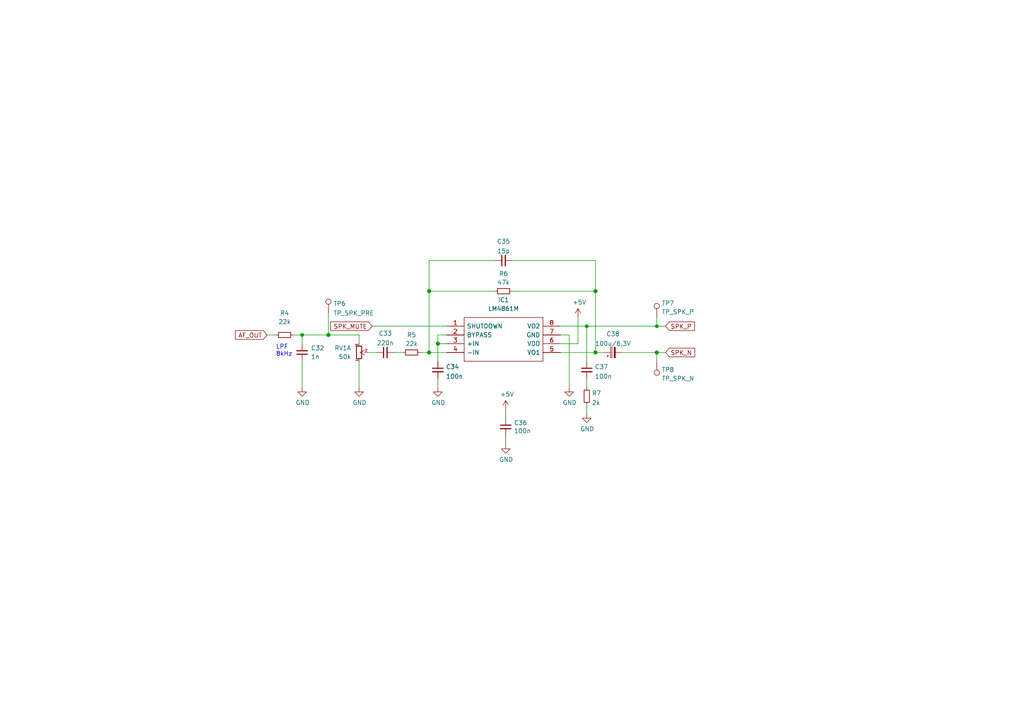
<source format=kicad_sch>
(kicad_sch (version 20211123) (generator eeschema)

  (uuid a2346957-ee14-4540-9082-a068845f2c64)

  (paper "A4")

  (title_block
    (title "Mini17 - QRP M17 handheld")
    (date "2022-07-25")
    (rev "A")
    (company "M17 Project")
  )

  (lib_symbols
    (symbol "Connector:TestPoint" (pin_numbers hide) (pin_names (offset 0.762) hide) (in_bom yes) (on_board yes)
      (property "Reference" "TP" (id 0) (at 0 6.858 0)
        (effects (font (size 1.27 1.27)))
      )
      (property "Value" "TestPoint" (id 1) (at 0 5.08 0)
        (effects (font (size 1.27 1.27)))
      )
      (property "Footprint" "" (id 2) (at 5.08 0 0)
        (effects (font (size 1.27 1.27)) hide)
      )
      (property "Datasheet" "~" (id 3) (at 5.08 0 0)
        (effects (font (size 1.27 1.27)) hide)
      )
      (property "ki_keywords" "test point tp" (id 4) (at 0 0 0)
        (effects (font (size 1.27 1.27)) hide)
      )
      (property "ki_description" "test point" (id 5) (at 0 0 0)
        (effects (font (size 1.27 1.27)) hide)
      )
      (property "ki_fp_filters" "Pin* Test*" (id 6) (at 0 0 0)
        (effects (font (size 1.27 1.27)) hide)
      )
      (symbol "TestPoint_0_1"
        (circle (center 0 3.302) (radius 0.762)
          (stroke (width 0) (type default) (color 0 0 0 0))
          (fill (type none))
        )
      )
      (symbol "TestPoint_1_1"
        (pin passive line (at 0 0 90) (length 2.54)
          (name "1" (effects (font (size 1.27 1.27))))
          (number "1" (effects (font (size 1.27 1.27))))
        )
      )
    )
    (symbol "Module17:LM4861MX_NOPB" (pin_names (offset 0.762)) (in_bom yes) (on_board yes)
      (property "Reference" "IC" (id 0) (at 29.21 7.62 0)
        (effects (font (size 1.27 1.27)) (justify left))
      )
      (property "Value" "LM4861MX_NOPB" (id 1) (at 29.21 5.08 0)
        (effects (font (size 1.27 1.27)) (justify left))
      )
      (property "Footprint" "SOIC127P600X175-8N" (id 2) (at 29.21 2.54 0)
        (effects (font (size 1.27 1.27)) (justify left) hide)
      )
      (property "Datasheet" "https://www.ti.com/lit/gpn/LM4861" (id 3) (at 29.21 0 0)
        (effects (font (size 1.27 1.27)) (justify left) hide)
      )
      (property "Description" "TEXAS INSTRUMENTS - LM4861MX/NOPB - Audio Power Amplifier, 1.1 W, AB, 1 Channel, 2V to 5.5V, SOIC, 8 Pins" (id 4) (at 29.21 -2.54 0)
        (effects (font (size 1.27 1.27)) (justify left) hide)
      )
      (property "Height" "1.75" (id 5) (at 29.21 -5.08 0)
        (effects (font (size 1.27 1.27)) (justify left) hide)
      )
      (property "Mouser Part Number" "926-LM4861MX/NOPB" (id 6) (at 29.21 -7.62 0)
        (effects (font (size 1.27 1.27)) (justify left) hide)
      )
      (property "Mouser Price/Stock" "https://www.mouser.co.uk/ProductDetail/Texas-Instruments/LM4861MX-NOPB?qs=QbsRYf82W3FxTp8pKIvxnw%3D%3D" (id 7) (at 29.21 -10.16 0)
        (effects (font (size 1.27 1.27)) (justify left) hide)
      )
      (property "Manufacturer_Name" "Texas Instruments" (id 8) (at 29.21 -12.7 0)
        (effects (font (size 1.27 1.27)) (justify left) hide)
      )
      (property "Manufacturer_Part_Number" "LM4861MX/NOPB" (id 9) (at 29.21 -15.24 0)
        (effects (font (size 1.27 1.27)) (justify left) hide)
      )
      (property "ki_description" "TEXAS INSTRUMENTS - LM4861MX/NOPB - Audio Power Amplifier, 1.1 W, AB, 1 Channel, 2V to 5.5V, SOIC, 8 Pins" (id 10) (at 0 0 0)
        (effects (font (size 1.27 1.27)) hide)
      )
      (symbol "LM4861MX_NOPB_0_0"
        (pin passive line (at 0 0 0) (length 5.08)
          (name "SHUTDOWN" (effects (font (size 1.27 1.27))))
          (number "1" (effects (font (size 1.27 1.27))))
        )
        (pin passive line (at 0 -2.54 0) (length 5.08)
          (name "BYPASS" (effects (font (size 1.27 1.27))))
          (number "2" (effects (font (size 1.27 1.27))))
        )
        (pin passive line (at 0 -5.08 0) (length 5.08)
          (name "+IN" (effects (font (size 1.27 1.27))))
          (number "3" (effects (font (size 1.27 1.27))))
        )
        (pin passive line (at 0 -7.62 0) (length 5.08)
          (name "-IN" (effects (font (size 1.27 1.27))))
          (number "4" (effects (font (size 1.27 1.27))))
        )
        (pin passive line (at 33.02 -7.62 180) (length 5.08)
          (name "VO1" (effects (font (size 1.27 1.27))))
          (number "5" (effects (font (size 1.27 1.27))))
        )
        (pin passive line (at 33.02 -5.08 180) (length 5.08)
          (name "VDD" (effects (font (size 1.27 1.27))))
          (number "6" (effects (font (size 1.27 1.27))))
        )
        (pin passive line (at 33.02 -2.54 180) (length 5.08)
          (name "GND" (effects (font (size 1.27 1.27))))
          (number "7" (effects (font (size 1.27 1.27))))
        )
        (pin passive line (at 33.02 0 180) (length 5.08)
          (name "VO2" (effects (font (size 1.27 1.27))))
          (number "8" (effects (font (size 1.27 1.27))))
        )
      )
      (symbol "LM4861MX_NOPB_0_1"
        (polyline
          (pts
            (xy 5.08 2.54)
            (xy 27.94 2.54)
            (xy 27.94 -10.16)
            (xy 5.08 -10.16)
            (xy 5.08 2.54)
          )
          (stroke (width 0.1524) (type default) (color 0 0 0 0))
          (fill (type none))
        )
      )
    )
    (symbol "R_Potentiometer_Switch_1" (pin_names (offset 1.016) hide) (in_bom yes) (on_board yes)
      (property "Reference" "RV" (id 0) (at -4.445 0 90)
        (effects (font (size 1.27 1.27)))
      )
      (property "Value" "R_Potentiometer_Switch_1" (id 1) (at -2.54 0 90)
        (effects (font (size 1.27 1.27)))
      )
      (property "Footprint" "" (id 2) (at 0 0 0)
        (effects (font (size 1.27 1.27)) hide)
      )
      (property "Datasheet" "~" (id 3) (at -2.54 0 90)
        (effects (font (size 1.27 1.27)) hide)
      )
      (property "ki_locked" "" (id 4) (at 0 0 0)
        (effects (font (size 1.27 1.27)))
      )
      (property "ki_keywords" "resistor variable" (id 5) (at 0 0 0)
        (effects (font (size 1.27 1.27)) hide)
      )
      (property "ki_description" "Potentiometer" (id 6) (at 0 0 0)
        (effects (font (size 1.27 1.27)) hide)
      )
      (property "ki_fp_filters" "Potentiometer*" (id 7) (at 0 0 0)
        (effects (font (size 1.27 1.27)) hide)
      )
      (symbol "R_Potentiometer_Switch_1_0_1"
        (rectangle (start 0.762 1.778) (end -0.762 -1.8288)
          (stroke (width 0.254) (type default) (color 0 0 0 0))
          (fill (type none))
        )
      )
      (symbol "R_Potentiometer_Switch_1_1_1"
        (pin passive line (at 0 2.54 270) (length 0.635)
          (name "1" (effects (font (size 0.635 0.635))))
          (number "1" (effects (font (size 0.635 0.635))))
        )
        (pin passive clock (at 2.54 0 180) (length 0.9906)
          (name "2" (effects (font (size 0.635 0.635))))
          (number "2" (effects (font (size 0.635 0.635))))
        )
        (pin passive line (at 0 -2.54 90) (length 0.635)
          (name "3" (effects (font (size 0.635 0.635))))
          (number "3" (effects (font (size 0.635 0.635))))
        )
      )
      (symbol "R_Potentiometer_Switch_1_2_1"
        (polyline
          (pts
            (xy 0 2.54)
            (xy 0 0)
          )
          (stroke (width 0.1524) (type default) (color 0 0 0 0))
          (fill (type none))
        )
        (polyline
          (pts
            (xy 0 -3.81)
            (xy 0 -2.54)
            (xy 1.27 0)
          )
          (stroke (width 0.1524) (type default) (color 0 0 0 0))
          (fill (type none))
        )
        (pin input line (at 0 5.08 270) (length 2.54)
          (name "SW" (effects (font (size 1.27 1.27))))
          (number "SW1" (effects (font (size 1.27 1.27))))
        )
        (pin input line (at 0 -6.35 90) (length 2.54)
          (name "SW" (effects (font (size 1.27 1.27))))
          (number "SW2" (effects (font (size 1.27 1.27))))
        )
      )
    )
    (symbol "pkl_device:pkl_CP_Small" (pin_numbers hide) (pin_names (offset 0.254) hide) (in_bom yes) (on_board yes)
      (property "Reference" "C" (id 0) (at 0.254 1.778 0)
        (effects (font (size 1.27 1.27)) (justify left))
      )
      (property "Value" "pkl_CP_Small" (id 1) (at 0.254 -2.032 0)
        (effects (font (size 1.27 1.27)) (justify left))
      )
      (property "Footprint" "" (id 2) (at 0 0 0)
        (effects (font (size 1.524 1.524)))
      )
      (property "Datasheet" "" (id 3) (at 0 0 0)
        (effects (font (size 1.524 1.524)))
      )
      (property "ki_description" "Polarised capacitor" (id 4) (at 0 0 0)
        (effects (font (size 1.27 1.27)) hide)
      )
      (property "ki_fp_filters" "CP* Elko* TantalC* C*elec c_elec* SMD*_Pol" (id 5) (at 0 0 0)
        (effects (font (size 1.27 1.27)) hide)
      )
      (symbol "pkl_CP_Small_0_1"
        (rectangle (start -1.524 -0.3048) (end 1.524 -0.6858)
          (stroke (width 0) (type default) (color 0 0 0 0))
          (fill (type outline))
        )
        (rectangle (start -1.524 0.6858) (end 1.524 0.3048)
          (stroke (width 0) (type default) (color 0 0 0 0))
          (fill (type none))
        )
        (polyline
          (pts
            (xy -1.27 1.524)
            (xy -0.762 1.524)
          )
          (stroke (width 0) (type default) (color 0 0 0 0))
          (fill (type none))
        )
        (polyline
          (pts
            (xy -1.016 1.27)
            (xy -1.016 1.778)
          )
          (stroke (width 0) (type default) (color 0 0 0 0))
          (fill (type none))
        )
      )
      (symbol "pkl_CP_Small_1_1"
        (pin passive line (at 0 2.54 270) (length 1.8542)
          (name "~" (effects (font (size 1.016 1.016))))
          (number "1" (effects (font (size 1.016 1.016))))
        )
        (pin passive line (at 0 -2.54 90) (length 1.8542)
          (name "~" (effects (font (size 1.016 1.016))))
          (number "2" (effects (font (size 1.016 1.016))))
        )
      )
    )
    (symbol "pkl_device:pkl_C_Small" (pin_numbers hide) (pin_names (offset 0.254) hide) (in_bom yes) (on_board yes)
      (property "Reference" "C" (id 0) (at 0.254 1.778 0)
        (effects (font (size 1.27 1.27)) (justify left))
      )
      (property "Value" "pkl_C_Small" (id 1) (at 0.254 -2.032 0)
        (effects (font (size 1.27 1.27)) (justify left))
      )
      (property "Footprint" "" (id 2) (at 0 0 0)
        (effects (font (size 1.524 1.524)))
      )
      (property "Datasheet" "" (id 3) (at 0 0 0)
        (effects (font (size 1.524 1.524)))
      )
      (property "ki_description" "Unpolarized capacitor" (id 4) (at 0 0 0)
        (effects (font (size 1.27 1.27)) hide)
      )
      (property "ki_fp_filters" "C? C_????_* C_???? SMD*_c Capacitor*" (id 5) (at 0 0 0)
        (effects (font (size 1.27 1.27)) hide)
      )
      (symbol "pkl_C_Small_0_1"
        (polyline
          (pts
            (xy -1.524 -0.508)
            (xy 1.524 -0.508)
          )
          (stroke (width 0.3302) (type default) (color 0 0 0 0))
          (fill (type none))
        )
        (polyline
          (pts
            (xy -1.524 0.508)
            (xy 1.524 0.508)
          )
          (stroke (width 0.3048) (type default) (color 0 0 0 0))
          (fill (type none))
        )
      )
      (symbol "pkl_C_Small_1_1"
        (pin passive line (at 0 2.54 270) (length 1.905)
          (name "~" (effects (font (size 1.016 1.016))))
          (number "1" (effects (font (size 1.016 1.016))))
        )
        (pin passive line (at 0 -2.54 90) (length 2.032)
          (name "~" (effects (font (size 1.016 1.016))))
          (number "2" (effects (font (size 1.016 1.016))))
        )
      )
    )
    (symbol "pkl_device:pkl_R_Small" (pin_numbers hide) (pin_names (offset 0.254) hide) (in_bom yes) (on_board yes)
      (property "Reference" "R" (id 0) (at 0.762 0.508 0)
        (effects (font (size 1.27 1.27)) (justify left))
      )
      (property "Value" "pkl_R_Small" (id 1) (at 0.762 -1.016 0)
        (effects (font (size 1.27 1.27)) (justify left))
      )
      (property "Footprint" "" (id 2) (at 0 0 0)
        (effects (font (size 1.524 1.524)))
      )
      (property "Datasheet" "" (id 3) (at 0 0 0)
        (effects (font (size 1.524 1.524)))
      )
      (property "ki_description" "Resistor" (id 4) (at 0 0 0)
        (effects (font (size 1.27 1.27)) hide)
      )
      (property "ki_fp_filters" "Resistor_* R_*" (id 5) (at 0 0 0)
        (effects (font (size 1.27 1.27)) hide)
      )
      (symbol "pkl_R_Small_0_1"
        (rectangle (start -0.762 1.778) (end 0.762 -1.778)
          (stroke (width 0.2032) (type default) (color 0 0 0 0))
          (fill (type none))
        )
      )
      (symbol "pkl_R_Small_1_1"
        (pin passive line (at 0 2.54 270) (length 0.762)
          (name "~" (effects (font (size 1.016 1.016))))
          (number "1" (effects (font (size 1.016 1.016))))
        )
        (pin passive line (at 0 -2.54 90) (length 0.762)
          (name "~" (effects (font (size 1.016 1.016))))
          (number "2" (effects (font (size 1.016 1.016))))
        )
      )
    )
    (symbol "power:+5V" (power) (pin_names (offset 0)) (in_bom yes) (on_board yes)
      (property "Reference" "#PWR" (id 0) (at 0 -3.81 0)
        (effects (font (size 1.27 1.27)) hide)
      )
      (property "Value" "+5V" (id 1) (at 0 3.556 0)
        (effects (font (size 1.27 1.27)))
      )
      (property "Footprint" "" (id 2) (at 0 0 0)
        (effects (font (size 1.27 1.27)) hide)
      )
      (property "Datasheet" "" (id 3) (at 0 0 0)
        (effects (font (size 1.27 1.27)) hide)
      )
      (property "ki_keywords" "power-flag" (id 4) (at 0 0 0)
        (effects (font (size 1.27 1.27)) hide)
      )
      (property "ki_description" "Power symbol creates a global label with name \"+5V\"" (id 5) (at 0 0 0)
        (effects (font (size 1.27 1.27)) hide)
      )
      (symbol "+5V_0_1"
        (polyline
          (pts
            (xy -0.762 1.27)
            (xy 0 2.54)
          )
          (stroke (width 0) (type default) (color 0 0 0 0))
          (fill (type none))
        )
        (polyline
          (pts
            (xy 0 0)
            (xy 0 2.54)
          )
          (stroke (width 0) (type default) (color 0 0 0 0))
          (fill (type none))
        )
        (polyline
          (pts
            (xy 0 2.54)
            (xy 0.762 1.27)
          )
          (stroke (width 0) (type default) (color 0 0 0 0))
          (fill (type none))
        )
      )
      (symbol "+5V_1_1"
        (pin power_in line (at 0 0 90) (length 0) hide
          (name "+5V" (effects (font (size 1.27 1.27))))
          (number "1" (effects (font (size 1.27 1.27))))
        )
      )
    )
    (symbol "power:GND" (power) (pin_names (offset 0)) (in_bom yes) (on_board yes)
      (property "Reference" "#PWR" (id 0) (at 0 -6.35 0)
        (effects (font (size 1.27 1.27)) hide)
      )
      (property "Value" "GND" (id 1) (at 0 -3.81 0)
        (effects (font (size 1.27 1.27)))
      )
      (property "Footprint" "" (id 2) (at 0 0 0)
        (effects (font (size 1.27 1.27)) hide)
      )
      (property "Datasheet" "" (id 3) (at 0 0 0)
        (effects (font (size 1.27 1.27)) hide)
      )
      (property "ki_keywords" "power-flag" (id 4) (at 0 0 0)
        (effects (font (size 1.27 1.27)) hide)
      )
      (property "ki_description" "Power symbol creates a global label with name \"GND\" , ground" (id 5) (at 0 0 0)
        (effects (font (size 1.27 1.27)) hide)
      )
      (symbol "GND_0_1"
        (polyline
          (pts
            (xy 0 0)
            (xy 0 -1.27)
            (xy 1.27 -1.27)
            (xy 0 -2.54)
            (xy -1.27 -1.27)
            (xy 0 -1.27)
          )
          (stroke (width 0) (type default) (color 0 0 0 0))
          (fill (type none))
        )
      )
      (symbol "GND_1_1"
        (pin power_in line (at 0 0 270) (length 0) hide
          (name "GND" (effects (font (size 1.27 1.27))))
          (number "1" (effects (font (size 1.27 1.27))))
        )
      )
    )
  )

  (junction (at 172.72 102.235) (diameter 1.016) (color 0 0 0 0)
    (uuid 45d3c5e4-85c7-47e9-a5cd-1a5f8e3273ec)
  )
  (junction (at 172.72 84.455) (diameter 1.016) (color 0 0 0 0)
    (uuid 5001c786-8a30-48e5-933a-a6c3ff895bbe)
  )
  (junction (at 190.5 102.235) (diameter 1.016) (color 0 0 0 0)
    (uuid 72dd107e-32d4-4614-828c-07f60bc0c32e)
  )
  (junction (at 87.63 97.155) (diameter 0) (color 0 0 0 0)
    (uuid 8f0a903c-4ef5-483e-8263-6f37ec30b48a)
  )
  (junction (at 124.46 102.235) (diameter 1.016) (color 0 0 0 0)
    (uuid a3978817-94d5-4a2b-bad3-0ff71a671c2e)
  )
  (junction (at 95.25 97.155) (diameter 1.016) (color 0 0 0 0)
    (uuid a3d09137-1b44-4a7c-90ed-ea51ca57bd96)
  )
  (junction (at 170.18 94.615) (diameter 0) (color 0 0 0 0)
    (uuid a96161c1-825a-4e18-b3e8-6223631d6ce8)
  )
  (junction (at 124.46 84.455) (diameter 1.016) (color 0 0 0 0)
    (uuid ae702a4d-3e12-4bfe-8263-9ad71eed9f71)
  )
  (junction (at 190.5 94.615) (diameter 0) (color 0 0 0 0)
    (uuid baad8b0a-e5a3-4d9b-b902-8eba1a00355b)
  )
  (junction (at 127 99.695) (diameter 1.016) (color 0 0 0 0)
    (uuid dd901e57-56a5-45b0-9102-e8c25f0d903e)
  )

  (wire (pts (xy 124.46 84.455) (xy 124.46 102.235))
    (stroke (width 0) (type solid) (color 0 0 0 0))
    (uuid 066b6cff-b389-478d-85c2-42354f431876)
  )
  (wire (pts (xy 127 109.855) (xy 127 112.395))
    (stroke (width 0) (type solid) (color 0 0 0 0))
    (uuid 06791cfd-d25b-4d7e-99f1-edc0334bc0fd)
  )
  (wire (pts (xy 104.14 104.775) (xy 104.14 112.395))
    (stroke (width 0) (type solid) (color 0 0 0 0))
    (uuid 1a18c474-3de9-4214-a504-35bf7b3ca963)
  )
  (wire (pts (xy 77.47 97.155) (xy 80.01 97.155))
    (stroke (width 0) (type default) (color 0 0 0 0))
    (uuid 246e3ec9-b4c8-4402-89ac-7ac2ebf0a677)
  )
  (wire (pts (xy 162.56 102.235) (xy 172.72 102.235))
    (stroke (width 0) (type solid) (color 0 0 0 0))
    (uuid 30f2cc7b-2734-4c56-985c-b03c0653b414)
  )
  (wire (pts (xy 190.5 94.615) (xy 193.04 94.615))
    (stroke (width 0) (type default) (color 0 0 0 0))
    (uuid 33713baa-cfe7-4a91-86c0-8439f50d6854)
  )
  (wire (pts (xy 162.56 94.615) (xy 170.18 94.615))
    (stroke (width 0) (type solid) (color 0 0 0 0))
    (uuid 389356d7-edda-45d8-a4d1-3998bab2ffa4)
  )
  (wire (pts (xy 121.92 102.235) (xy 124.46 102.235))
    (stroke (width 0) (type solid) (color 0 0 0 0))
    (uuid 3dfe407c-caf3-4034-9469-eb65fd2ba5a1)
  )
  (wire (pts (xy 146.685 118.745) (xy 146.685 121.285))
    (stroke (width 0) (type solid) (color 0 0 0 0))
    (uuid 45730478-e44b-4712-bac9-69ed2c62f398)
  )
  (wire (pts (xy 172.72 75.565) (xy 172.72 84.455))
    (stroke (width 0) (type solid) (color 0 0 0 0))
    (uuid 4d700d7c-f48c-4b97-a5e7-2cca551bfa43)
  )
  (wire (pts (xy 170.18 109.855) (xy 170.18 112.395))
    (stroke (width 0) (type solid) (color 0 0 0 0))
    (uuid 4e392b97-f74c-4d02-93f9-4847c0d66179)
  )
  (wire (pts (xy 95.25 90.805) (xy 95.25 97.155))
    (stroke (width 0) (type solid) (color 0 0 0 0))
    (uuid 54b29f3f-518c-4f88-b3c1-e691adfce7dd)
  )
  (wire (pts (xy 193.04 102.235) (xy 190.5 102.235))
    (stroke (width 0) (type solid) (color 0 0 0 0))
    (uuid 54b7808f-b3da-4a17-a113-192b8fca0689)
  )
  (wire (pts (xy 180.34 102.235) (xy 190.5 102.235))
    (stroke (width 0) (type solid) (color 0 0 0 0))
    (uuid 58c0cde8-1bad-4844-b036-58eac1b5bce4)
  )
  (wire (pts (xy 87.63 104.775) (xy 87.63 112.395))
    (stroke (width 0) (type default) (color 0 0 0 0))
    (uuid 5cb58f0b-eae5-4d59-9575-3695d2f42b32)
  )
  (wire (pts (xy 127 97.155) (xy 129.54 97.155))
    (stroke (width 0) (type solid) (color 0 0 0 0))
    (uuid 5d62f4e6-b37d-483a-9cd1-a4c9b8df24ad)
  )
  (wire (pts (xy 107.95 94.615) (xy 129.54 94.615))
    (stroke (width 0) (type solid) (color 0 0 0 0))
    (uuid 64b725ab-76bd-4bf5-85a3-4441ddfe6987)
  )
  (wire (pts (xy 170.18 94.615) (xy 190.5 94.615))
    (stroke (width 0) (type default) (color 0 0 0 0))
    (uuid 6cf7ada0-38d7-405b-a3bf-7359adc378fb)
  )
  (wire (pts (xy 127 99.695) (xy 127 97.155))
    (stroke (width 0) (type solid) (color 0 0 0 0))
    (uuid 7242bc99-c8e2-4e92-bc55-503d979c62e6)
  )
  (wire (pts (xy 129.54 99.695) (xy 127 99.695))
    (stroke (width 0) (type solid) (color 0 0 0 0))
    (uuid 75b70628-f908-453a-8a60-287adce5d29f)
  )
  (wire (pts (xy 170.18 117.475) (xy 170.18 120.015))
    (stroke (width 0) (type solid) (color 0 0 0 0))
    (uuid 764a9642-2cc0-4a25-bb7f-f238d2dbe5f1)
  )
  (wire (pts (xy 87.63 97.155) (xy 95.25 97.155))
    (stroke (width 0) (type solid) (color 0 0 0 0))
    (uuid 8a600132-e82f-4073-8c90-64769c05ca17)
  )
  (wire (pts (xy 104.14 99.695) (xy 104.14 97.155))
    (stroke (width 0) (type solid) (color 0 0 0 0))
    (uuid 9f2c5291-f316-4a76-8d55-9bb8545b6669)
  )
  (wire (pts (xy 95.25 97.155) (xy 104.14 97.155))
    (stroke (width 0) (type solid) (color 0 0 0 0))
    (uuid bcebc74e-7939-4e42-8175-425104631ecc)
  )
  (wire (pts (xy 124.46 102.235) (xy 129.54 102.235))
    (stroke (width 0) (type solid) (color 0 0 0 0))
    (uuid c0f63cf1-4882-4061-8c13-265be5447467)
  )
  (wire (pts (xy 87.63 97.155) (xy 87.63 99.695))
    (stroke (width 0) (type default) (color 0 0 0 0))
    (uuid c201cf86-66a9-4c7f-abaf-90a60f77f15f)
  )
  (wire (pts (xy 106.68 102.235) (xy 109.22 102.235))
    (stroke (width 0) (type solid) (color 0 0 0 0))
    (uuid c8600ed4-cb72-4f6f-ad56-7193b75858bf)
  )
  (wire (pts (xy 162.56 99.695) (xy 167.64 99.695))
    (stroke (width 0) (type solid) (color 0 0 0 0))
    (uuid c982306f-4c09-41df-b9f6-2c53f6e318bc)
  )
  (wire (pts (xy 172.72 102.235) (xy 175.26 102.235))
    (stroke (width 0) (type solid) (color 0 0 0 0))
    (uuid cb2303fe-32eb-4e14-b9f7-8d71a24c0ee6)
  )
  (wire (pts (xy 127 99.695) (xy 127 104.775))
    (stroke (width 0) (type solid) (color 0 0 0 0))
    (uuid cb58ff54-abd3-4a2d-af3e-a033a99ee235)
  )
  (wire (pts (xy 148.59 75.565) (xy 172.72 75.565))
    (stroke (width 0) (type solid) (color 0 0 0 0))
    (uuid d040baf1-dbec-4bef-a611-6fe60f80eb11)
  )
  (wire (pts (xy 124.46 75.565) (xy 124.46 84.455))
    (stroke (width 0) (type solid) (color 0 0 0 0))
    (uuid d797445c-96bc-43fb-ab1f-306a7339ba7e)
  )
  (wire (pts (xy 146.685 126.365) (xy 146.685 128.905))
    (stroke (width 0) (type solid) (color 0 0 0 0))
    (uuid d7f86796-d21e-468e-a3e9-50c48e987287)
  )
  (wire (pts (xy 124.46 75.565) (xy 143.51 75.565))
    (stroke (width 0) (type solid) (color 0 0 0 0))
    (uuid d81a9e66-70eb-41bd-822e-5a8e426e8012)
  )
  (wire (pts (xy 190.5 92.075) (xy 190.5 94.615))
    (stroke (width 0) (type default) (color 0 0 0 0))
    (uuid df64e5e4-b058-4b9c-99c6-92608de2c19c)
  )
  (wire (pts (xy 114.3 102.235) (xy 116.84 102.235))
    (stroke (width 0) (type solid) (color 0 0 0 0))
    (uuid dff6a7e5-fd53-4ee9-8d2f-e9888a0882f3)
  )
  (wire (pts (xy 167.64 92.075) (xy 167.64 99.695))
    (stroke (width 0) (type solid) (color 0 0 0 0))
    (uuid e060df2a-ff23-414e-848f-dc4b2e78f96a)
  )
  (wire (pts (xy 162.56 97.155) (xy 165.1 97.155))
    (stroke (width 0) (type solid) (color 0 0 0 0))
    (uuid e3a75d4f-371a-45ba-ab81-c6ccf0472fb2)
  )
  (wire (pts (xy 85.09 97.155) (xy 87.63 97.155))
    (stroke (width 0) (type default) (color 0 0 0 0))
    (uuid e40d3c2e-add0-4b44-b604-f15cc7827ea7)
  )
  (wire (pts (xy 190.5 102.235) (xy 190.5 104.775))
    (stroke (width 0) (type solid) (color 0 0 0 0))
    (uuid e68c37be-f440-4b39-8996-ec55ec54f9c6)
  )
  (wire (pts (xy 124.46 84.455) (xy 143.51 84.455))
    (stroke (width 0) (type solid) (color 0 0 0 0))
    (uuid ea42f0fb-05ec-4e57-9f1b-35f49028d533)
  )
  (wire (pts (xy 172.72 84.455) (xy 172.72 102.235))
    (stroke (width 0) (type solid) (color 0 0 0 0))
    (uuid ec0ea16c-f233-4278-ba23-033ef86d0ecb)
  )
  (wire (pts (xy 148.59 84.455) (xy 172.72 84.455))
    (stroke (width 0) (type solid) (color 0 0 0 0))
    (uuid f26bdb29-ad2e-4384-9330-4f900509ae8d)
  )
  (wire (pts (xy 165.1 97.155) (xy 165.1 112.395))
    (stroke (width 0) (type solid) (color 0 0 0 0))
    (uuid f2f39211-9b38-4735-8401-f98879fde5cc)
  )
  (wire (pts (xy 170.18 94.615) (xy 170.18 104.775))
    (stroke (width 0) (type solid) (color 0 0 0 0))
    (uuid fff4479d-bd0a-47dc-827b-7c04e6eb8c2e)
  )

  (text "LPF\n8kHz" (at 80.01 103.505 0)
    (effects (font (size 1.27 1.27)) (justify left bottom))
    (uuid 4d35d160-2483-4089-9550-2373f38d164f)
  )

  (global_label "SPK_MUTE" (shape input) (at 107.95 94.615 180) (fields_autoplaced)
    (effects (font (size 1.27 1.27)) (justify right))
    (uuid 1a092023-fa63-45e3-8d73-dbb072192909)
    (property "Intersheet References" "${INTERSHEET_REFS}" (id 0) (at 96.0609 94.5356 0)
      (effects (font (size 1.27 1.27)) (justify right) hide)
    )
  )
  (global_label "AF_OUT" (shape input) (at 77.47 97.155 180) (fields_autoplaced)
    (effects (font (size 1.27 1.27)) (justify right))
    (uuid 51ff6259-ecbf-43fa-af3b-6c652ac6f307)
    (property "Intersheet References" "${INTERSHEET_REFS}" (id 0) (at 68.2836 97.0756 0)
      (effects (font (size 1.27 1.27)) (justify right) hide)
    )
  )
  (global_label "SPK_P" (shape input) (at 193.04 94.615 0) (fields_autoplaced)
    (effects (font (size 1.27 1.27)) (justify left))
    (uuid 5d6a3ab1-9cce-483c-90b9-890e3d9b7368)
    (property "Intersheet References" "${INTERSHEET_REFS}" (id 0) (at 201.4402 94.5356 0)
      (effects (font (size 1.27 1.27)) (justify left) hide)
    )
  )
  (global_label "SPK_N" (shape input) (at 193.04 102.235 0) (fields_autoplaced)
    (effects (font (size 1.27 1.27)) (justify left))
    (uuid d96a5fe6-67c6-4c4c-936e-71e46f4cd3e9)
    (property "Intersheet References" "${INTERSHEET_REFS}" (id 0) (at 201.5007 102.1556 0)
      (effects (font (size 1.27 1.27)) (justify left) hide)
    )
  )

  (symbol (lib_id "pkl_device:pkl_R_Small") (at 146.05 84.455 90) (unit 1)
    (in_bom yes) (on_board yes)
    (uuid 02ae12e1-2a7d-4f75-a4ad-c5022b446ae5)
    (property "Reference" "R6" (id 0) (at 146.05 79.375 90))
    (property "Value" "47k" (id 1) (at 146.05 81.915 90))
    (property "Footprint" "Resistor_SMD:R_0402_1005Metric" (id 2) (at 146.05 84.455 0)
      (effects (font (size 1.524 1.524)) hide)
    )
    (property "Datasheet" "" (id 3) (at 146.05 84.455 0)
      (effects (font (size 1.524 1.524)))
    )
    (pin "1" (uuid 2af4a118-80a5-455d-a293-804ac4dd5129))
    (pin "2" (uuid df2c4b2a-08cc-40ef-889f-4d37d733ddbb))
  )

  (symbol (lib_id "pkl_device:pkl_C_Small") (at 170.18 107.315 0) (unit 1)
    (in_bom yes) (on_board yes) (fields_autoplaced)
    (uuid 03e02386-f901-43c2-aaae-3f73f9374824)
    (property "Reference" "C37" (id 0) (at 172.5042 106.4065 0)
      (effects (font (size 1.27 1.27)) (justify left))
    )
    (property "Value" "100n" (id 1) (at 172.5042 109.1816 0)
      (effects (font (size 1.27 1.27)) (justify left))
    )
    (property "Footprint" "Capacitor_SMD:C_0402_1005Metric" (id 2) (at 170.18 107.315 0)
      (effects (font (size 1.524 1.524)) hide)
    )
    (property "Datasheet" "" (id 3) (at 170.18 107.315 0)
      (effects (font (size 1.524 1.524)))
    )
    (pin "1" (uuid f5b3d53b-27bb-46bd-a251-ecda6c0a80e7))
    (pin "2" (uuid ef2b1d1f-2ffc-42f2-bb5c-922b30df10dc))
  )

  (symbol (lib_id "pkl_device:pkl_C_Small") (at 87.63 102.235 180) (unit 1)
    (in_bom yes) (on_board yes) (fields_autoplaced)
    (uuid 07ba1d0b-4e62-434c-99ad-a216dddd6852)
    (property "Reference" "C32" (id 0) (at 90.17 100.9585 0)
      (effects (font (size 1.27 1.27)) (justify right))
    )
    (property "Value" "1n" (id 1) (at 90.17 103.4985 0)
      (effects (font (size 1.27 1.27)) (justify right))
    )
    (property "Footprint" "Capacitor_SMD:C_0402_1005Metric" (id 2) (at 87.63 102.235 0)
      (effects (font (size 1.524 1.524)) hide)
    )
    (property "Datasheet" "" (id 3) (at 87.63 102.235 0)
      (effects (font (size 1.524 1.524)))
    )
    (pin "1" (uuid fc0e8feb-85e7-43b8-9196-2c1887d3ae58))
    (pin "2" (uuid 84c44ca1-4542-48b0-a27e-b97a7c453521))
  )

  (symbol (lib_id "pkl_device:pkl_C_Small") (at 127 107.315 0) (unit 1)
    (in_bom yes) (on_board yes) (fields_autoplaced)
    (uuid 087ca84d-48d8-4626-a82b-e7fb6f4efefb)
    (property "Reference" "C34" (id 0) (at 129.3242 106.4065 0)
      (effects (font (size 1.27 1.27)) (justify left))
    )
    (property "Value" "100n" (id 1) (at 129.3242 109.1816 0)
      (effects (font (size 1.27 1.27)) (justify left))
    )
    (property "Footprint" "Capacitor_SMD:C_0402_1005Metric" (id 2) (at 127 107.315 0)
      (effects (font (size 1.524 1.524)) hide)
    )
    (property "Datasheet" "" (id 3) (at 127 107.315 0)
      (effects (font (size 1.524 1.524)))
    )
    (pin "1" (uuid d4c0cff6-cba2-44c2-b43a-408264c6973f))
    (pin "2" (uuid 781c4e45-0a11-4431-a3d9-66ee189802ff))
  )

  (symbol (lib_id "pkl_device:pkl_R_Small") (at 119.38 102.235 90) (unit 1)
    (in_bom yes) (on_board yes)
    (uuid 0999aeaa-8f3c-4dcf-8d35-e7a08e87a11b)
    (property "Reference" "R5" (id 0) (at 119.38 97.155 90))
    (property "Value" "22k" (id 1) (at 119.38 99.695 90))
    (property "Footprint" "Resistor_SMD:R_0402_1005Metric" (id 2) (at 119.38 102.235 0)
      (effects (font (size 1.524 1.524)) hide)
    )
    (property "Datasheet" "" (id 3) (at 119.38 102.235 0)
      (effects (font (size 1.524 1.524)))
    )
    (pin "1" (uuid 378d0458-265e-4b3a-8a01-3d781eaa5fc4))
    (pin "2" (uuid ef41ca70-a88c-4cf6-ab99-824f4b1b0a28))
  )

  (symbol (lib_id "power:+5V") (at 146.685 118.745 0) (unit 1)
    (in_bom yes) (on_board yes)
    (uuid 0a542425-48d5-4bab-9a53-c085e643332a)
    (property "Reference" "#PWR044" (id 0) (at 146.685 122.555 0)
      (effects (font (size 1.27 1.27)) hide)
    )
    (property "Value" "+5V" (id 1) (at 147.066 114.3508 0))
    (property "Footprint" "" (id 2) (at 146.685 118.745 0)
      (effects (font (size 1.27 1.27)) hide)
    )
    (property "Datasheet" "" (id 3) (at 146.685 118.745 0)
      (effects (font (size 1.27 1.27)) hide)
    )
    (pin "1" (uuid 035565dc-c526-43f1-bf7c-827897fd4c01))
  )

  (symbol (lib_id "pkl_device:pkl_C_Small") (at 111.76 102.235 90) (unit 1)
    (in_bom yes) (on_board yes) (fields_autoplaced)
    (uuid 158dad73-ca76-44d2-99a6-ce4ecea10e8a)
    (property "Reference" "C33" (id 0) (at 111.76 96.7063 90))
    (property "Value" "220n" (id 1) (at 111.76 99.4814 90))
    (property "Footprint" "Capacitor_SMD:C_0402_1005Metric" (id 2) (at 111.76 102.235 0)
      (effects (font (size 1.524 1.524)) hide)
    )
    (property "Datasheet" "" (id 3) (at 111.76 102.235 0)
      (effects (font (size 1.524 1.524)))
    )
    (pin "1" (uuid 2d822c92-a6df-4164-b436-ef40632fdbb5))
    (pin "2" (uuid eeb7942d-9144-4002-9ccb-69f5539bdac4))
  )

  (symbol (lib_id "pkl_device:pkl_C_Small") (at 146.685 123.825 0) (unit 1)
    (in_bom yes) (on_board yes)
    (uuid 180c0b77-07cd-4508-a901-75caee0c2477)
    (property "Reference" "C36" (id 0) (at 149.0218 122.6566 0)
      (effects (font (size 1.27 1.27)) (justify left))
    )
    (property "Value" "100n" (id 1) (at 149.0218 124.968 0)
      (effects (font (size 1.27 1.27)) (justify left))
    )
    (property "Footprint" "Capacitor_SMD:C_0402_1005Metric" (id 2) (at 146.685 123.825 0)
      (effects (font (size 1.524 1.524)) hide)
    )
    (property "Datasheet" "" (id 3) (at 146.685 123.825 0)
      (effects (font (size 1.524 1.524)))
    )
    (pin "1" (uuid 837c085f-885a-4c9e-a135-73b42d9b401a))
    (pin "2" (uuid f2f79bfe-6f56-4d74-beef-7528bdf5fedf))
  )

  (symbol (lib_id "pkl_device:pkl_C_Small") (at 146.05 75.565 90) (unit 1)
    (in_bom yes) (on_board yes) (fields_autoplaced)
    (uuid 1e579a07-9162-41dd-95fe-179ceae184aa)
    (property "Reference" "C35" (id 0) (at 146.05 70.0363 90))
    (property "Value" "15p" (id 1) (at 146.05 72.8114 90))
    (property "Footprint" "Capacitor_SMD:C_0402_1005Metric" (id 2) (at 146.05 75.565 0)
      (effects (font (size 1.524 1.524)) hide)
    )
    (property "Datasheet" "" (id 3) (at 146.05 75.565 0)
      (effects (font (size 1.524 1.524)))
    )
    (pin "1" (uuid a1f91646-599c-4cce-b4ab-75e2247f5c64))
    (pin "2" (uuid 0acd997f-dd76-4fb6-afcd-bc990e0dd489))
  )

  (symbol (lib_name "R_Potentiometer_Switch_1") (lib_id "M17-SmartMic:R_Potentiometer_Switch") (at 104.14 102.235 0) (mirror x) (unit 1)
    (in_bom yes) (on_board yes) (fields_autoplaced)
    (uuid 2dcd03d2-bd11-43d5-a806-532c19babfad)
    (property "Reference" "RV1" (id 0) (at 101.854 100.9395 0)
      (effects (font (size 1.27 1.27)) (justify right))
    )
    (property "Value" "50k" (id 1) (at 101.854 103.4795 0)
      (effects (font (size 1.27 1.27)) (justify right))
    )
    (property "Footprint" "M17-SmartMic:PTR901" (id 2) (at 104.14 102.235 0)
      (effects (font (size 1.27 1.27)) hide)
    )
    (property "Datasheet" "~" (id 3) (at 101.6 102.235 90)
      (effects (font (size 1.27 1.27)) hide)
    )
    (pin "1" (uuid 6ed4a41f-3155-4ea3-9e42-64c07a6139e4))
    (pin "2" (uuid 636d8895-f2d7-4ba2-a183-c907299154e9))
    (pin "3" (uuid ba2300c5-15fc-42c1-a843-36cb47b36d07))
    (pin "SW1" (uuid 55eac1d0-a272-4ef2-979c-cd6d12902b0d))
    (pin "SW2" (uuid 22778693-593c-4514-847c-22d1615a4150))
  )

  (symbol (lib_id "Connector:TestPoint") (at 190.5 92.075 0) (unit 1)
    (in_bom yes) (on_board yes) (fields_autoplaced)
    (uuid 308687ba-f4a4-449f-bdc1-a81408b7b889)
    (property "Reference" "TP7" (id 0) (at 191.897 87.9383 0)
      (effects (font (size 1.27 1.27)) (justify left))
    )
    (property "Value" "TP_SPK_P" (id 1) (at 191.897 90.4752 0)
      (effects (font (size 1.27 1.27)) (justify left))
    )
    (property "Footprint" "TestPoint:TestPoint_Pad_D1.0mm" (id 2) (at 195.58 92.075 0)
      (effects (font (size 1.27 1.27)) hide)
    )
    (property "Datasheet" "~" (id 3) (at 195.58 92.075 0)
      (effects (font (size 1.27 1.27)) hide)
    )
    (pin "1" (uuid 8a482c91-c4c3-47c1-81ba-968845f63085))
  )

  (symbol (lib_id "pkl_device:pkl_R_Small") (at 82.55 97.155 90) (unit 1)
    (in_bom yes) (on_board yes) (fields_autoplaced)
    (uuid 33cba348-3314-460f-94c8-1d92094a3dc1)
    (property "Reference" "R4" (id 0) (at 82.55 90.805 90))
    (property "Value" "22k" (id 1) (at 82.55 93.345 90))
    (property "Footprint" "Resistor_SMD:R_0402_1005Metric" (id 2) (at 82.55 97.155 0)
      (effects (font (size 1.524 1.524)) hide)
    )
    (property "Datasheet" "" (id 3) (at 82.55 97.155 0)
      (effects (font (size 1.524 1.524)))
    )
    (pin "1" (uuid 6e4bc728-6deb-40bb-a59b-ad95fb8336b1))
    (pin "2" (uuid b12f41f7-f2c5-4491-b27d-a486eeacb24e))
  )

  (symbol (lib_id "power:GND") (at 127 112.395 0) (unit 1)
    (in_bom yes) (on_board yes)
    (uuid 3e5c8b09-038c-4e0b-bca9-b25aba627328)
    (property "Reference" "#PWR043" (id 0) (at 127 118.745 0)
      (effects (font (size 1.27 1.27)) hide)
    )
    (property "Value" "GND" (id 1) (at 127.127 116.7892 0))
    (property "Footprint" "" (id 2) (at 127 112.395 0)
      (effects (font (size 1.27 1.27)) hide)
    )
    (property "Datasheet" "" (id 3) (at 127 112.395 0)
      (effects (font (size 1.27 1.27)) hide)
    )
    (pin "1" (uuid fd5a2d91-39f7-4f3f-b859-da55f9ae77d0))
  )

  (symbol (lib_id "power:+5V") (at 167.64 92.075 0) (unit 1)
    (in_bom yes) (on_board yes)
    (uuid 56ba12fc-7a67-41fd-832a-89eeea1cbd1d)
    (property "Reference" "#PWR047" (id 0) (at 167.64 95.885 0)
      (effects (font (size 1.27 1.27)) hide)
    )
    (property "Value" "+5V" (id 1) (at 168.021 87.6808 0))
    (property "Footprint" "" (id 2) (at 167.64 92.075 0)
      (effects (font (size 1.27 1.27)) hide)
    )
    (property "Datasheet" "" (id 3) (at 167.64 92.075 0)
      (effects (font (size 1.27 1.27)) hide)
    )
    (pin "1" (uuid abfa1a21-9633-4ef9-a254-f9a8c120125a))
  )

  (symbol (lib_id "power:GND") (at 170.18 120.015 0) (unit 1)
    (in_bom yes) (on_board yes)
    (uuid 5dc05c55-1e95-4341-90cd-d76a74fe9cdf)
    (property "Reference" "#PWR048" (id 0) (at 170.18 126.365 0)
      (effects (font (size 1.27 1.27)) hide)
    )
    (property "Value" "GND" (id 1) (at 170.307 124.4092 0))
    (property "Footprint" "" (id 2) (at 170.18 120.015 0)
      (effects (font (size 1.27 1.27)) hide)
    )
    (property "Datasheet" "" (id 3) (at 170.18 120.015 0)
      (effects (font (size 1.27 1.27)) hide)
    )
    (pin "1" (uuid 79ce219e-3b44-4adf-9ada-795f4cf68e70))
  )

  (symbol (lib_id "Connector:TestPoint") (at 95.25 90.805 0) (unit 1)
    (in_bom yes) (on_board yes) (fields_autoplaced)
    (uuid 742a0674-7cca-4180-a5b8-1fb757ffff38)
    (property "Reference" "TP6" (id 0) (at 96.6471 88.055 0)
      (effects (font (size 1.27 1.27)) (justify left))
    )
    (property "Value" "TP_SPK_PRE" (id 1) (at 96.6471 90.8301 0)
      (effects (font (size 1.27 1.27)) (justify left))
    )
    (property "Footprint" "TestPoint:TestPoint_Pad_D1.0mm" (id 2) (at 100.33 90.805 0)
      (effects (font (size 1.27 1.27)) hide)
    )
    (property "Datasheet" "~" (id 3) (at 100.33 90.805 0)
      (effects (font (size 1.27 1.27)) hide)
    )
    (pin "1" (uuid 29e9c392-e66f-4eaf-82c1-3804cdfa066d))
  )

  (symbol (lib_id "power:GND") (at 104.14 112.395 0) (unit 1)
    (in_bom yes) (on_board yes)
    (uuid 78473da6-6146-4488-a7d6-c5bd13194c0d)
    (property "Reference" "#PWR042" (id 0) (at 104.14 118.745 0)
      (effects (font (size 1.27 1.27)) hide)
    )
    (property "Value" "GND" (id 1) (at 104.267 116.7892 0))
    (property "Footprint" "" (id 2) (at 104.14 112.395 0)
      (effects (font (size 1.27 1.27)) hide)
    )
    (property "Datasheet" "" (id 3) (at 104.14 112.395 0)
      (effects (font (size 1.27 1.27)) hide)
    )
    (pin "1" (uuid 4cb17434-1829-4774-b205-b082fab41cd0))
  )

  (symbol (lib_id "pkl_device:pkl_CP_Small") (at 177.8 102.235 90) (unit 1)
    (in_bom yes) (on_board yes) (fields_autoplaced)
    (uuid 86202ddc-d892-4b47-9d61-d134a6494443)
    (property "Reference" "C38" (id 0) (at 177.8 96.8714 90))
    (property "Value" "100u{slash}6.3V" (id 1) (at 177.8 99.6465 90))
    (property "Footprint" "Capacitor_SMD:C_1206_3216Metric" (id 2) (at 177.8 102.235 0)
      (effects (font (size 1.524 1.524)) hide)
    )
    (property "Datasheet" "" (id 3) (at 177.8 102.235 0)
      (effects (font (size 1.524 1.524)))
    )
    (pin "1" (uuid 1c0584ab-98e0-4bdb-b88d-e1d482bd5976))
    (pin "2" (uuid 876f80c3-4556-4fda-997b-8823217aafab))
  )

  (symbol (lib_id "Module17:LM4861MX_NOPB") (at 129.54 94.615 0) (unit 1)
    (in_bom yes) (on_board yes) (fields_autoplaced)
    (uuid 95ad6e41-2160-427d-b83d-4147d2ba5f85)
    (property "Reference" "IC1" (id 0) (at 146.05 86.995 0))
    (property "Value" "LM4861M" (id 1) (at 146.05 89.535 0))
    (property "Footprint" "Package_SO:SOIC-8_3.9x4.9mm_P1.27mm" (id 2) (at 158.75 92.075 0)
      (effects (font (size 1.27 1.27)) (justify left) hide)
    )
    (property "Datasheet" "https://www.ti.com/lit/gpn/LM4861" (id 3) (at 158.75 94.615 0)
      (effects (font (size 1.27 1.27)) (justify left) hide)
    )
    (property "Description" "TEXAS INSTRUMENTS - LM4861MX/NOPB - Audio Power Amplifier, 1.1 W, AB, 1 Channel, 2V to 5.5V, SOIC, 8 Pins" (id 4) (at 158.75 97.155 0)
      (effects (font (size 1.27 1.27)) (justify left) hide)
    )
    (property "Height" "1.75" (id 5) (at 158.75 99.695 0)
      (effects (font (size 1.27 1.27)) (justify left) hide)
    )
    (property "Mouser Part Number" "926-LM4861MX/NOPB" (id 6) (at 158.75 102.235 0)
      (effects (font (size 1.27 1.27)) (justify left) hide)
    )
    (property "Mouser Price/Stock" "https://www.mouser.co.uk/ProductDetail/Texas-Instruments/LM4861MX-NOPB?qs=QbsRYf82W3FxTp8pKIvxnw%3D%3D" (id 7) (at 158.75 104.775 0)
      (effects (font (size 1.27 1.27)) (justify left) hide)
    )
    (property "Manufacturer_Name" "Texas Instruments" (id 8) (at 158.75 107.315 0)
      (effects (font (size 1.27 1.27)) (justify left) hide)
    )
    (property "Manufacturer_Part_Number" "LM4861MX/NOPB" (id 9) (at 158.75 109.855 0)
      (effects (font (size 1.27 1.27)) (justify left) hide)
    )
    (pin "1" (uuid 0509171d-9d08-42ea-9365-d6128f5253d6))
    (pin "2" (uuid 0f5170f4-dcbd-4c1c-95df-7cacc74a3a92))
    (pin "3" (uuid cc9a95e3-5e90-4d8a-bfe4-7969a4ce00b4))
    (pin "4" (uuid cc9d6521-74b4-48ed-aa92-4bacc707fb8d))
    (pin "5" (uuid e012687c-6e0f-472f-a8be-46770b1a7a50))
    (pin "6" (uuid d6658f0e-9710-4e7a-94e6-c07c5dd2d61c))
    (pin "7" (uuid 562d9e11-cda4-4e07-b3b5-71285de9fbed))
    (pin "8" (uuid 0c83d148-0466-4a15-a027-8c6674d41bce))
  )

  (symbol (lib_id "power:GND") (at 165.1 112.395 0) (unit 1)
    (in_bom yes) (on_board yes)
    (uuid b47ccc47-66b1-44c2-9f4f-50b589277493)
    (property "Reference" "#PWR046" (id 0) (at 165.1 118.745 0)
      (effects (font (size 1.27 1.27)) hide)
    )
    (property "Value" "GND" (id 1) (at 165.227 116.7892 0))
    (property "Footprint" "" (id 2) (at 165.1 112.395 0)
      (effects (font (size 1.27 1.27)) hide)
    )
    (property "Datasheet" "" (id 3) (at 165.1 112.395 0)
      (effects (font (size 1.27 1.27)) hide)
    )
    (pin "1" (uuid 747f8fa5-b01d-4eb2-b8ae-48c45963b280))
  )

  (symbol (lib_id "Connector:TestPoint") (at 190.5 104.775 180) (unit 1)
    (in_bom yes) (on_board yes) (fields_autoplaced)
    (uuid c3ab3409-7563-4754-9e6c-02aa2d8fd7e5)
    (property "Reference" "TP8" (id 0) (at 191.897 107.2423 0)
      (effects (font (size 1.27 1.27)) (justify right))
    )
    (property "Value" "TP_SPK_N" (id 1) (at 191.897 109.7792 0)
      (effects (font (size 1.27 1.27)) (justify right))
    )
    (property "Footprint" "TestPoint:TestPoint_Pad_D1.0mm" (id 2) (at 185.42 104.775 0)
      (effects (font (size 1.27 1.27)) hide)
    )
    (property "Datasheet" "~" (id 3) (at 185.42 104.775 0)
      (effects (font (size 1.27 1.27)) hide)
    )
    (pin "1" (uuid 4b7e5f00-fae8-4c39-8f46-dffc09d7f4e5))
  )

  (symbol (lib_id "power:GND") (at 87.63 112.395 0) (unit 1)
    (in_bom yes) (on_board yes)
    (uuid c9922c05-27ec-479f-8624-f9db6c167b4f)
    (property "Reference" "#PWR041" (id 0) (at 87.63 118.745 0)
      (effects (font (size 1.27 1.27)) hide)
    )
    (property "Value" "GND" (id 1) (at 87.757 116.7892 0))
    (property "Footprint" "" (id 2) (at 87.63 112.395 0)
      (effects (font (size 1.27 1.27)) hide)
    )
    (property "Datasheet" "" (id 3) (at 87.63 112.395 0)
      (effects (font (size 1.27 1.27)) hide)
    )
    (pin "1" (uuid c935d8b6-af9e-44ee-a6cd-f8e79cba5bc7))
  )

  (symbol (lib_id "pkl_device:pkl_R_Small") (at 170.18 114.935 0) (unit 1)
    (in_bom yes) (on_board yes) (fields_autoplaced)
    (uuid e61bd774-a32c-4cf7-9ed4-e499f9ccb6fd)
    (property "Reference" "R7" (id 0) (at 171.6787 114.0265 0)
      (effects (font (size 1.27 1.27)) (justify left))
    )
    (property "Value" "2k" (id 1) (at 171.6787 116.8016 0)
      (effects (font (size 1.27 1.27)) (justify left))
    )
    (property "Footprint" "Resistor_SMD:R_0402_1005Metric" (id 2) (at 170.18 114.935 0)
      (effects (font (size 1.524 1.524)) hide)
    )
    (property "Datasheet" "" (id 3) (at 170.18 114.935 0)
      (effects (font (size 1.524 1.524)))
    )
    (pin "1" (uuid 79c448c0-feff-4452-9e57-b6b2d0e7c87b))
    (pin "2" (uuid 89355010-8b2e-40dd-9157-5aa39d057cd6))
  )

  (symbol (lib_id "power:GND") (at 146.685 128.905 0) (unit 1)
    (in_bom yes) (on_board yes)
    (uuid fc9b03b6-b19d-41ac-9b98-fe247a5e1479)
    (property "Reference" "#PWR045" (id 0) (at 146.685 135.255 0)
      (effects (font (size 1.27 1.27)) hide)
    )
    (property "Value" "GND" (id 1) (at 146.812 133.2992 0))
    (property "Footprint" "" (id 2) (at 146.685 128.905 0)
      (effects (font (size 1.27 1.27)) hide)
    )
    (property "Datasheet" "" (id 3) (at 146.685 128.905 0)
      (effects (font (size 1.27 1.27)) hide)
    )
    (pin "1" (uuid 4952edd2-0627-4467-902c-44e84c0b67af))
  )
)

</source>
